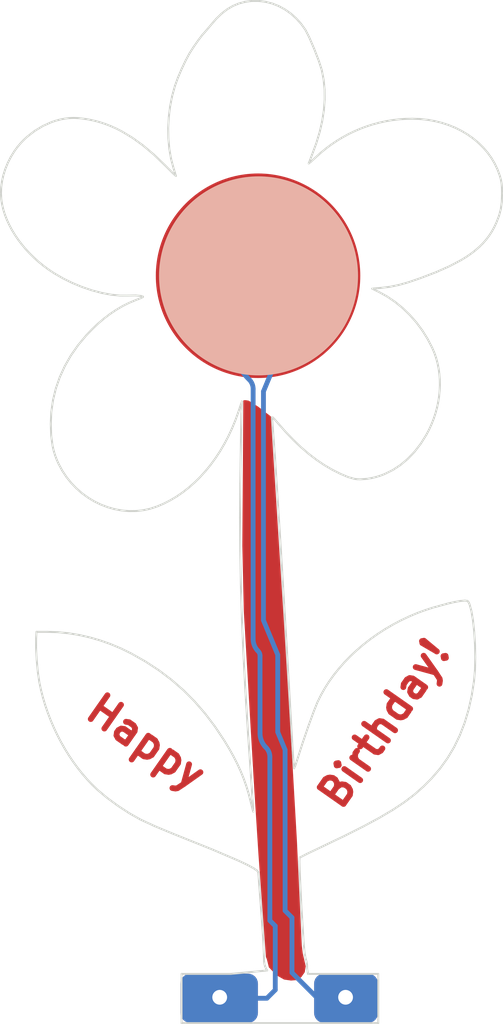
<source format=kicad_pcb>
(kicad_pcb (version 20210126) (generator pcbnew)
  (layers (0 "F.Cu" signal) (31 "B.Cu" signal) (34 "B.Paste" user) (35 "F.Paste" user) (36 "B.SilkS" user "B.Silkscreen") (37 "F.SilkS" user "F.Silkscreen") (38 "B.Mask" user) (39 "F.Mask" user) (44 "Edge.Cuts" user))
  (net 0 "")
  (footprint "touch:Touch_Pad_10x10mm" (layer "F.Cu") (at 65.7352 73.3044 -90)
    (fp_text reference "REF**" hide)
    (fp_text value "Touch_Pad_10.0x10.0mm" hide)
    (pad "1" smd roundrect (at -0.3556 -1.143 270) (size 2.54 3.302) (layers "F.Cu" "F.Mask") (roundrect_rratio 0.2))
  )
  (footprint "touch:Touch_Pad_10x10mm" (layer "F.Cu") (at 59.436 73.279 -90)
    (fp_text reference "REF**" hide)
    (fp_text value "Touch_Pad_10.0x10.0mm" hide)
    (pad "1" smd roundrect (at -0.3302 -0.889 270) (size 2.54 4) (layers "F.Cu" "F.Mask") (roundrect_rratio 0.2))
  )
  (footprint "art:flower-outline-with-base" (layer "F.Cu") (at 57.5818 67.4116)
    (fp_text reference "Ref**" hide)
    (fp_text value "Val**" hide)
    (fp_line (start 6.220343 -12.798187) (end 5.900983 -18.070735) (layer "Edge.Cuts") (width 0.1))
    (fp_line (start 12.586861 -29.752728) (end 12.220993 -30.106195) (layer "Edge.Cuts") (width 0.1))
    (fp_line (start 5.484463 -45.833329) (end 5.13978 -45.921696) (layer "Edge.Cuts") (width 0.1))
    (fp_line (start -5.919475 -39.708638) (end -6.363377 -39.5102) (layer "Edge.Cuts") (width 0.1))
    (fp_line (start 8.571084 -21.763534) (end 8.983464 -21.555278) (layer "Edge.Cuts") (width 0.1))
    (fp_line (start -8.406146 -36.97082) (end -8.477459 -36.64991) (layer "Edge.Cuts") (width 0.1))
    (fp_line (start 1.877454 -44.219991) (end 1.659895 -43.93267) (layer "Edge.Cuts") (width 0.1))
    (fp_line (start 6.189318 -23.695715) (end 6.583611 -23.284889) (layer "Edge.Cuts") (width 0.1))
    (fp_line (start 7.979407 -38.117005) (end 7.718957 -37.88136) (layer "Edge.Cuts") (width 0.1))
    (fp_line (start 3.340013 4.279942) (end 0.800013 4.279831) (layer "Edge.Cuts") (width 0.1))
    (fp_line (start 7.472989 4.279831) (end 7.329847 4.279831) (layer "Edge.Cuts") (width 0.1))
    (fp_line (start 8.814498 -38.739705) (end 8.527693 -38.546436) (layer "Edge.Cuts") (width 0.1))
    (fp_line (start -7.838223 -38.207437) (end -8.02064 -37.911331) (layer "Edge.Cuts") (width 0.1))
    (fp_line (start 0.108569 -39.406848) (end 0.117882 -38.858561) (layer "Edge.Cuts") (width 0.1))
    (fp_line (start 7.651771 -43.486702) (end 7.39649 -44.080465) (layer "Edge.Cuts") (width 0.1))
    (fp_line (start -2.302142 -19.655095) (end -1.934723 -19.622022) (layer "Edge.Cuts") (width 0.1))
    (fp_line (start 9.718818 -21.28811) (end 9.872816 -21.266414) (layer "Edge.Cuts") (width 0.1))
    (fp_line (start -4.342328 -20.541345) (end -4.034335 -20.317585) (layer "Edge.Cuts") (width 0.1))
    (fp_line (start 10.680533 -39.592367) (end 10.354971 -39.48798) (layer "Edge.Cuts") (width 0.1))
    (fp_line (start 5.791409 -24.144784) (end 6.189318 -23.695715) (layer "Edge.Cuts") (width 0.1))
    (fp_line (start 5.598141 -24.369059) (end 5.791409 -24.144784) (layer "Edge.Cuts") (width 0.1))
    (fp_line (start 6.716945 -45.070069) (end 6.437892 -45.317598) (layer "Edge.Cuts") (width 0.1))
    (fp_line (start 0.166457 -38.326811) (end 0.253791 -37.818832) (layer "Edge.Cuts") (width 0.1))
    (fp_line (start 7.20531 3.464895) (end 7.159321 3.2308) (layer "Edge.Cuts") (width 0.1))
    (fp_line (start 0.312174 -41.05791) (end 0.205721 -40.514791) (layer "Edge.Cuts") (width 0.1))
    (fp_line (start 10.354971 -39.48798) (end 10.034061 -39.368608) (layer "Edge.Cuts") (width 0.1))
    (fp_line (start 2.861373 -45.308297) (end 2.584386 -45.040613) (layer "Edge.Cuts") (width 0.1))
    (fp_line (start -5.935512 -23.513257) (end -5.864199 -22.988223) (layer "Edge.Cuts") (width 0.1))
    (fp_line (start 5.051425 3.308315) (end 5.060209 3.636459) (layer "Edge.Cuts") (width 0.1))
    (fp_line (start 15.77118 -14.463726) (end 15.673512 -14.814609) (layer "Edge.Cuts") (width 0.1))
    (fp_line (start 13.114993 -39.86994) (end 12.716052 -39.88441) (layer "Edge.Cuts") (width 0.1))
    (fp_line (start 1.418566 -43.587988) (end 1.216512 -43.273279) (layer "Edge.Cuts") (width 0.1))
    (fp_line (start -4.498885 -13.224013) (end -5.047689 -13.313929) (layer "Edge.Cuts") (width 0.1))
    (fp_line (start 11.709413 -13.756267) (end 11.308921 -13.521659) (layer "Edge.Cuts") (width 0.1))
    (fp_line (start 15.673512 -14.814609) (end 15.620285 -14.924681) (layer "Edge.Cuts") (width 0.1))
    (fp_line (start 4.704167 -1.046975) (end 4.748093 -0.997366) (layer "Edge.Cuts") (width 0.1))
    (fp_line (start -7.971033 -34.151354) (end -7.817554 -33.896589) (layer "Edge.Cuts") (width 0.1))
    (fp_line (start 4.362072 -4.641073) (end 4.25872 -5.041049) (layer "Edge.Cuts") (width 0.1))
    (fp_line (start 6.798085 -6.855397) (end 6.678713 -6.491079) (layer "Edge.Cuts") (width 0.1))
    (fp_line (start 12.980138 -14.3583) (end 12.546055 -14.175881) (layer "Edge.Cuts") (width 0.1))
    (fp_line (start 5.626063 -22.382099) (end 5.480336 -24.357172) (layer "Edge.Cuts") (width 0.1))
    (fp_line (start 15.440451 -15.001677) (end 15.217727 -14.981516) (layer "Edge.Cuts") (width 0.1))
    (fp_line (start -0.369422 -11.397766) (end -1.064988 -11.852003) (layer "Edge.Cuts") (width 0.1))
    (fp_line (start 8.092077 -2.309948) (end 9.229992 -2.855133) (layer "Edge.Cuts") (width 0.1))
    (fp_line (start 12.122309 -13.974861) (end 11.709413 -13.756267) (layer "Edge.Cuts") (width 0.1))
    (fp_line (start -1.739887 -38.899902) (end -2.292824 -39.232182) (layer "Edge.Cuts") (width 0.1))
    (fp_line (start -3.04678 -4.811086) (end -2.48144 -4.39664) (layer "Edge.Cuts") (width 0.1))
    (fp_line (start -5.047689 -13.313929) (end -5.593911 -13.367674) (layer "Edge.Cuts") (width 0.1))
    (fp_line (start 13.155303 -23.101456) (end 13.446241 -23.566543) (layer "Edge.Cuts") (width 0.1))
    (fp_line (start -5.930347 -24.738504) (end -5.958769 -24.118387) (layer "Edge.Cuts") (width 0.1))
    (fp_line (start -3.127399 -39.60787) (end -3.409035 -39.700887) (layer "Edge.Cuts") (width 0.1))
    (fp_line (start -4.565552 -6.355178) (end -4.321122 -6.047188) (layer "Edge.Cuts") (width 0.1))
    (fp_line (start -5.738625 -22.513833) (end -5.653876 -22.285942) (layer "Edge.Cuts") (width 0.1))
    (fp_line (start 4.14038 -5.430174) (end 4.004987 -5.812579) (layer "Edge.Cuts") (width 0.1))
    (fp_line (start -8.226314 -34.668118) (end -8.10746 -34.408703) (layer "Edge.Cuts") (width 0.1))
    (fp_line (start 3.830325 -17.557081) (end 3.861332 -15.839356) (layer "Edge.Cuts") (width 0.1))
    (fp_line (start 15.916391 -13.383173) (end 15.853346 -13.972284) (layer "Edge.Cuts") (width 0.1))
    (fp_line (start 4.523301 -1.175132) (end 4.704167 -1.046975) (layer "Edge.Cuts") (width 0.1))
    (fp_line (start 8.249158 -38.338696) (end 7.979407 -38.117005) (layer "Edge.Cuts") (width 0.1))
    (fp_line (start 3.850476 -6.192399) (end 3.675293 -6.573256) (layer "Edge.Cuts") (width 0.1))
    (fp_line (start -1.206087 -30.669925) (end -1.321327 -30.613598) (layer "Edge.Cuts") (width 0.1))
    (fp_line (start 17.354015 -36.016946) (end 17.348856 -36.306334) (layer "Edge.Cuts") (width 0.1))
    (fp_line (start -7.692496 -38.408975) (end -7.838223 -38.207437) (layer "Edge.Cuts") (width 0.1))
    (fp_line (start -6.549409 -10.789016) (end -6.46621 -10.394726) (layer "Edge.Cuts") (width 0.1))
    (fp_line (start -2.328992 -12.526897) (end -2.862294 -12.750655) (layer "Edge.Cuts") (width 0.1))
    (fp_line (start 0.605179 -41.988603) (end 0.457385 -41.581393) (layer "Edge.Cuts") (width 0.1))
    (fp_line (start 13.234884 -28.951227) (end 12.925859 -29.366706) (layer "Edge.Cuts") (width 0.1))
    (fp_line (start 0.138025 -39.961853) (end 0.108569 -39.406848) (layer "Edge.Cuts") (width 0.1))
    (fp_line (start 15.217727 -14.981516) (end 14.916454 -14.928808) (layer "Edge.Cuts") (width 0.1))
    (fp_line (start 5.111377 3.885541) (end 5.157885 3.994578) (layer "Edge.Cuts") (width 0.1))
    (fp_line (start 0.380918 -2.949184) (end 2.402499 -2.139932) (layer "Edge.Cuts") (width 0.1))
    (fp_line (start -5.23685 -27.100634) (end -5.495232 -26.532193) (layer "Edge.Cuts") (width 0.1))
    (fp_line (start 6.568641 -6.808889) (end 6.498878 -7.940604) (layer "Edge.Cuts") (width 0.1))
    (fp_line (start 14.05809 -25.262047) (end 14.10253 -25.552985) (layer "Edge.Cuts") (width 0.1))
    (fp_line (start 13.287108 -5.387796) (end 13.717574 -5.820844) (layer "Edge.Cuts") (width 0.1))
    (fp_line (start -6.695133 -13.386274) (end -6.714262 -13.055026) (layer "Edge.Cuts") (width 0.1))
    (fp_line (start 3.446867 -45.705688) (end 3.148176 -45.529989) (layer "Edge.Cuts") (width 0.1))
    (fp_line (start 13.446241 -23.566543) (end 13.588867 -23.837844) (layer "Edge.Cuts") (width 0.1))
    (fp_line (start -7.361767 -38.781562) (end -7.532814 -38.600178) (layer "Edge.Cuts") (width 0.1))
    (fp_line (start -2.900042 -29.798144) (end -3.216817 -29.557331) (layer "Edge.Cuts") (width 0.1))
    (fp_line (start 3.584321 -24.325143) (end 3.741417 -24.764393) (layer "Edge.Cuts") (width 0.1))
    (fp_line (start 16.947835 -34.277) (end 17.056356 -34.506443) (layer "Edge.Cuts") (width 0.1))
    (fp_line (start 2.30016 -22.01159) (end 2.551308 -22.355236) (layer "Edge.Cuts") (width 0.1))
    (fp_line (start 7.816112 -9.747211) (end 7.614057 -9.241298) (layer "Edge.Cuts") (width 0.1))
    (fp_line (start 1.014457 -42.899658) (end 0.801034 -42.449557) (layer "Edge.Cuts") (width 0.1))
    (fp_line (start 10.190644 -12.727909) (end 9.849061 -12.436452) (layer "Edge.Cuts") (width 0.1))
    (fp_line (start -6.685836 -11.944501) (end -6.627442 -11.319733) (layer "Edge.Cuts") (width 0.1))
    (fp_line (start -5.593911 -13.367674) (end -6.134963 -13.386274) (layer "Edge.Cuts") (width 0.1))
    (fp_line (start -8.10746 -34.408703) (end -7.971033 -34.151354) (layer "Edge.Cuts") (width 0.1))
    (fp_line (start -3.331522 -30.889021) (end -2.846798 -30.797554) (layer "Edge.Cuts") (width 0.1))
    (fp_line (start 4.762037 -0.956541) (end 4.911381 1.010782) (layer "Edge.Cuts") (width 0.1))
    (fp_line (start -1.579192 -30.514379) (end -1.916639 -30.372786) (layer "Edge.Cuts") (width 0.1))
    (fp_line (start 14.916454 -14.928808) (end 14.558851 -14.848708) (layer "Edge.Cuts") (width 0.1))
    (fp_line (start 4.427686 -45.965621) (end 4.427686 -45.965621) (layer "Edge.Cuts") (width 0.1))
    (fp_line (start 5.013701 2.447903) (end 5.051425 3.308315) (layer "Edge.Cuts") (width 0.1))
    (fp_line (start 0.253791 -37.818832) (end 0.380397 -37.344442) (layer "Edge.Cuts") (width 0.1))
    (fp_line (start 5.060209 3.636459) (end 5.079338 3.767719) (layer "Edge.Cuts") (width 0.1))
    (fp_line (start 17.348856 -36.306334) (end 17.330758 -36.53526) (layer "Edge.Cuts") (width 0.1))
    (fp_line (start 11.279447 -21.529974) (end 11.702677 -21.737714) (layer "Edge.Cuts") (width 0.1))
    (fp_line (start 13.949053 -27.528058) (end 13.859653 -27.788507) (layer "Edge.Cuts") (width 0.1))
    (fp_line (start -5.697802 -25.947733) (end -5.843013 -25.348803) (layer "Edge.Cuts") (width 0.1))
    (fp_line (start 10.837098 -21.379079) (end 11.06034 -21.447291) (layer "Edge.Cuts") (width 0.1))
    (fp_line (start 17.056356 -34.506443) (end 17.199499 -34.87438) (layer "Edge.Cuts") (width 0.1))
    (fp_line (start -3.977992 -39.840413) (end -4.266348 -39.886922) (layer "Edge.Cuts") (width 0.1))
    (fp_line (start 2.402499 -2.139932) (end 3.760039 -1.55909) (layer "Edge.Cuts") (width 0.1))
    (fp_line (start -2.84783 -39.498832) (end -3.127399 -39.60787) (layer "Edge.Cuts") (width 0.1))
    (fp_line (start 2.524974 -8.493036) (end 2.013379 -9.167929) (layer "Edge.Cuts") (width 0.1))
    (fp_line (start 9.719352 -39.233732) (end 9.410843 -39.083354) (layer "Edge.Cuts") (width 0.1))
    (fp_line (start 2.551308 -22.355236) (end 2.78902 -22.716972) (layer "Edge.Cuts") (width 0.1))
    (fp_line (start 0.205721 -40.514791) (end 0.138025 -39.961853) (layer "Edge.Cuts") (width 0.1))
    (fp_line (start -7.048608 -32.929207) (end -6.821234 -32.704931) (layer "Edge.Cuts") (width 0.1))
    (fp_line (start -8.305895 -37.289664) (end -8.406146 -36.97082) (layer "Edge.Cuts") (width 0.1))
    (fp_line (start 6.976867 -22.911784) (end 7.370641 -22.574337) (layer "Edge.Cuts") (width 0.1))
    (fp_line (start -6.363377 -39.5102) (end -6.786092 -39.256469) (layer "Edge.Cuts") (width 0.1))
    (fp_line (start 15.909171 -10.868597) (end 15.956714 -11.437554) (layer "Edge.Cuts") (width 0.1))
    (fp_line (start 13.756317 -14.627532) (end 13.354275 -14.496275) (layer "Edge.Cuts") (width 0.1))
    (fp_line (start 7.26577 -1.913589) (end 8.092077 -2.309948) (layer "Edge.Cuts") (width 0.1))
    (fp_line (start 0.380397 -37.344442) (end 0.505971 -36.928963) (layer "Edge.Cuts") (width 0.1))
    (fp_line (start 11.829801 -30.424005) (end 11.41639 -30.704091) (layer "Edge.Cuts") (width 0.1))
    (fp_line (start -1.198332 -19.662894) (end -0.835049 -19.739378) (layer "Edge.Cuts") (width 0.1))
    (fp_line (start 4.787347 -45.965621) (end 4.427686 -45.965621) (layer "Edge.Cuts") (width 0.1))
    (fp_line (start 8.15149 -40.330306) (end 8.191796 -40.872909) (layer "Edge.Cuts") (width 0.1))
    (fp_line (start -4.066873 -5.75418) (end -3.804356 -5.477712) (layer "Edge.Cuts") (width 0.1))
    (fp_line (start -4.899917 -21.072063) (end -4.631716 -20.793525) (layer "Edge.Cuts") (width 0.1))
    (fp_line (start 3.829796 -21.044723) (end 3.81998 -19.278423) (layer "Edge.Cuts") (width 0.1))
    (fp_line (start -3.950081 -13.09999) (end -4.498885 -13.224013) (layer "Edge.Cuts") (width 0.1))
    (fp_line (start 14.021398 -27.259857) (end 13.949053 -27.528058) (layer "Edge.Cuts") (width 0.1))
    (fp_line (start -8.327083 -34.928568) (end -8.226314 -34.668118) (layer "Edge.Cuts") (width 0.1))
    (fp_line (start 11.06034 -21.447291) (end 11.279447 -21.529974) (layer "Edge.Cuts") (width 0.1))
    (fp_line (start 13.752682 -28.040688) (end 13.511352 -28.507843) (layer "Edge.Cuts") (width 0.1))
    (fp_line (start -3.833834 -29.000776) (end -4.133556 -28.686067) (layer "Edge.Cuts") (width 0.1))
    (fp_line (start 5.13978 -45.921696) (end 4.787347 -45.965621) (layer "Edge.Cuts") (width 0.1))
    (fp_line (start 11.702677 -21.737714) (end 12.104203 -22.000231) (layer "Edge.Cuts") (width 0.1))
    (fp_line (start 16.377327 -38.400263) (end 16.131347 -38.642108) (layer "Edge.Cuts") (width 0.1))
    (fp_line (start 15.620285 -14.924681) (end 15.563958 -14.984109) (layer "Edge.Cuts") (width 0.1))
    (fp_line (start 5.900983 -18.070735) (end 5.626063 -22.382099) (layer "Edge.Cuts") (width 0.1))
    (fp_line (start 14.137674 -26.421666) (end 14.115449 -26.705886) (layer "Edge.Cuts") (width 0.1))
    (fp_line (start -6.717358 -12.557901) (end -6.685836 -11.944501) (layer "Edge.Cuts") (width 0.1))
    (fp_line (start -5.235797 -39.890022) (end -5.464723 -39.84558) (layer "Edge.Cuts") (width 0.1))
    (fp_line (start 6.678713 -6.491079) (end 6.613602 -6.33915) (layer "Edge.Cuts") (width 0.1))
    (fp_line (start 7.718957 -37.88136) (end 7.469875 -37.652433) (layer "Edge.Cuts") (width 0.1))
    (fp_line (start -8.519319 -36.330032) (end -8.530696 -36.014289) (layer "Edge.Cuts") (width 0.1))
    (fp_line (start 8.165941 -22.001763) (end 8.571084 -21.763534) (layer "Edge.Cuts") (width 0.1))
    (fp_line (start 7.992845 -10.109462) (end 7.816112 -9.747211) (layer "Edge.Cuts") (width 0.1))
    (fp_line (start -4.839441 -31.400101) (end -4.337148 -31.192878) (layer "Edge.Cuts") (width 0.1))
    (fp_line (start 2.316186 -44.725903) (end 2.009227 -44.364685) (layer "Edge.Cuts") (width 0.1))
    (fp_line (start 12.220993 -30.106195) (end 11.829801 -30.424005) (layer "Edge.Cuts") (width 0.1))
    (fp_line (start 7.159321 3.2308) (end 7.111262 2.750727) (layer "Edge.Cuts") (width 0.1))
    (fp_line (start 12.925859 -29.366706) (end 12.586861 -29.752728) (layer "Edge.Cuts") (width 0.1))
    (fp_line (start 12.832842 -22.683909) (end 13.155303 -23.101456) (layer "Edge.Cuts") (width 0.1))
    (fp_line (start 6.583611 -23.284889) (end 6.976867 -22.911784) (layer "Edge.Cuts") (width 0.1))
    (fp_line (start -5.864199 -22.988223) (end -5.808387 -22.746378) (layer "Edge.Cuts") (width 0.1))
    (fp_line (start 7.370641 -22.574337) (end 7.766484 -22.271513) (layer "Edge.Cuts") (width 0.1))
    (fp_line (start 4.911381 1.010782) (end 5.013701 2.447903) (layer "Edge.Cuts") (width 0.1))
    (fp_line (start -7.462539 -33.401012) (end -7.262551 -33.161234) (layer "Edge.Cuts") (width 0.1))
    (fp_line (start 14.152171 -6.326757) (end 14.538711 -6.863673) (layer "Edge.Cuts") (width 0.1))
    (fp_line (start 4.388432 -5.867356) (end 4.508839 -4.092269) (layer "Edge.Cuts") (width 0.1))
    (fp_line (start -3.372361 -19.957918) (end -3.023545 -19.824076) (layer "Edge.Cuts") (width 0.1))
    (fp_line (start 10.378726 -21.287097) (end 10.60972 -21.325853) (layer "Edge.Cuts") (width 0.1))
    (fp_line (start -0.631944 -38.031738) (end -1.187466 -38.500444) (layer "Edge.Cuts") (width 0.1))
    (fp_line (start 3.011228 -23.095244) (end 3.218968 -23.490053) (layer "Edge.Cuts") (width 0.1))
    (fp_line (start 3.760039 -1.55909) (end 4.21169 -1.344632) (layer "Edge.Cuts") (width 0.1))
    (fp_line (start -1.934723 -19.622022) (end -1.565754 -19.624138) (layer "Edge.Cuts") (width 0.1))
    (fp_line (start -2.862294 -12.750655) (end -3.403346 -12.941859) (layer "Edge.Cuts") (width 0.1))
    (fp_line (start 14.250842 -39.669952) (end 13.883423 -39.761937) (layer "Edge.Cuts") (width 0.1))
    (fp_line (start 0.857872 -20.589455) (end 1.168963 -20.831816) (layer "Edge.Cuts") (width 0.1))
    (fp_line (start 5.079338 3.767719) (end 5.111377 3.885541) (layer "Edge.Cuts") (width 0.1))
    (fp_line (start -5.025472 -7.011469) (end -4.800679 -6.677123) (layer "Edge.Cuts") (width 0.1))
    (fp_line (start 4.004987 -5.812579) (end 3.850476 -6.192399) (layer "Edge.Cuts") (width 0.1))
    (fp_line (start 13.825029 -24.396466) (end 13.919078 -24.682754) (layer "Edge.Cuts") (width 0.1))
    (fp_line (start -6.627442 -11.319733) (end -6.549409 -10.789016) (layer "Edge.Cuts") (width 0.1))
    (fp_line (start 9.872816 -21.266414) (end 10.029394 -21.260223) (layer "Edge.Cuts") (width 0.1))
    (fp_line (start 3.477887 -6.959794) (end 3.256714 -7.356153) (layer "Edge.Cuts") (width 0.1))
    (fp_line (start -5.792872 -31.90963) (end -5.327785 -31.63988) (layer "Edge.Cuts") (width 0.1))
    (fp_line (start 3.675293 -6.573256) (end 3.477887 -6.959794) (layer "Edge.Cuts") (width 0.1))
    (fp_line (start 0.336473 -37.085026) (end -0.070739 -37.492753) (layer "Edge.Cuts") (width 0.1))
    (fp_line (start 8.417626 -10.816913) (end 8.193865 -10.466547) (layer "Edge.Cuts") (width 0.1))
    (fp_line (start -6.580936 -32.489957) (end -6.329273 -32.284801) (layer "Edge.Cuts") (width 0.1))
    (fp_line (start 12.369821 -39.876658) (end 12.025654 -39.852369) (layer "Edge.Cuts") (width 0.1))
    (fp_line (start 4.25872 -5.041049) (end 4.14038 -5.430174) (layer "Edge.Cuts") (width 0.1))
    (fp_line (start -4.800679 -6.677123) (end -4.565552 -6.355178) (layer "Edge.Cuts") (width 0.1))
    (fp_line (start 0.801034 -42.449557) (end 0.605179 -41.988603) (layer "Edge.Cuts") (width 0.1))
    (fp_line (start -1.321327 -30.613598) (end -1.579192 -30.514379) (layer "Edge.Cuts") (width 0.1))
    (fp_line (start 12.025654 -39.852369) (end 11.684074 -39.811545) (layer "Edge.Cuts") (width 0.1))
    (fp_line (start -5.843013 -25.348803) (end -5.930347 -24.738504) (layer "Edge.Cuts") (width 0.1))
    (fp_line (start 17.2951 -36.736282) (end 17.238257 -36.941954) (layer "Edge.Cuts") (width 0.1))
    (fp_line (start -6.786092 -39.256469) (end -7.179347 -38.951578) (layer "Edge.Cuts") (width 0.1))
    (fp_line (start 6.987238 0.775136) (end 6.901455 -1.0046) (layer "Edge.Cuts") (width 0.1))
    (fp_line (start 7.28386 3.830764) (end 7.256989 3.649379) (layer "Edge.Cuts") (width 0.1))
    (fp_line (start 9.218094 -11.818404) (end 8.930772 -11.493358) (layer "Edge.Cuts") (width 0.1))
    (fp_line (start -1.207622 -30.702998) (end -1.193678 -30.688012) (layer "Edge.Cuts") (width 0.1))
    (fp_line (start 4.508839 -4.092269) (end 4.49643 -4.116557) (layer "Edge.Cuts") (width 0.1))
    (fp_line (start 14.142331 -26.134345) (end 14.137674 -26.421666) (layer "Edge.Cuts") (width 0.1))
    (fp_line (start 10.197375 -3.341408) (end 11.01748 -3.782725) (layer "Edge.Cuts") (width 0.1))
    (fp_line (start -4.631716 -20.793525) (end -4.342328 -20.541345) (layer "Edge.Cuts") (width 0.1))
    (fp_line (start 16.539591 -33.648615) (end 16.690485 -33.849119) (layer "Edge.Cuts") (width 0.1))
    (fp_line (start 1.469205 -21.095883) (end 1.758593 -21.381136) (layer "Edge.Cuts") (width 0.1))
    (fp_line (start -7.817554 -33.896589) (end -7.647538 -33.646475) (layer "Edge.Cuts") (width 0.1))
    (fp_line (start 0.536961 -20.369829) (end 0.857872 -20.589455) (layer "Edge.Cuts") (width 0.1))
    (fp_line (start -1.064988 -11.852003) (end -1.806027 -12.271098) (layer "Edge.Cuts") (width 0.1))
    (fp_line (start 8.040378 -42.401497) (end 7.890518 -42.868136) (layer "Edge.Cuts") (width 0.1))
    (fp_line (start 11.01748 -3.782725) (end 11.713562 -4.193554) (layer "Edge.Cuts") (width 0.1))
    (fp_line (start -5.238896 -7.357701) (end -5.025472 -7.011469) (layer "Edge.Cuts") (width 0.1))
    (fp_line (start 11.554365 -31.203286) (end 12.012737 -31.296304) (layer "Edge.Cuts") (width 0.1))
    (fp_line (start -8.408215 -35.189017) (end -8.327083 -34.928568) (layer "Edge.Cuts") (width 0.1))
    (fp_line (start 12.012737 -31.296304) (end 12.518649 -31.439447) (layer "Edge.Cuts") (width 0.1))
    (fp_line (start -2.48144 -4.39664) (end -1.890263 -4.011653) (layer "Edge.Cuts") (width 0.1))
    (fp_line (start 11.086695 -31.147475) (end 11.554365 -31.203286) (layer "Edge.Cuts") (width 0.1))
    (fp_line (start 15.268868 -39.252407) (end 14.945373 -39.414154) (layer "Edge.Cuts") (width 0.1))
    (fp_line (start 17.238257 -36.941954) (end 17.119917 -37.263898) (layer "Edge.Cuts") (width 0.1))
    (fp_line (start 14.646166 -32.270404) (end 15.248715 -32.588731) (layer "Edge.Cuts") (width 0.1))
    (fp_line (start 4.21169 -1.344632) (end 4.523301 -1.175132) (layer "Edge.Cuts") (width 0.1))
    (fp_line (start 6.887511 -1.524466) (end 6.895766 -1.722904) (layer "Edge.Cuts") (width 0.1))
    (fp_line (start 11.011262 -39.68125) (end 10.680533 -39.592367) (layer "Edge.Cuts") (width 0.1))
    (fp_line (start -6.329273 -32.284801) (end -6.06624 -32.091015) (layer "Edge.Cuts") (width 0.1))
    (fp_line (start -4.923174 -27.650471) (end -5.23685 -27.100634) (layer "Edge.Cuts") (width 0.1))
    (fp_line (start 7.766484 -22.271513) (end 8.165941 -22.001763) (layer "Edge.Cuts") (width 0.1))
    (fp_line (start -7.179347 -38.951578) (end -7.361767 -38.781562) (layer "Edge.Cuts") (width 0.1))
    (fp_line (start 10.983857 -30.943353) (end 10.645894 -31.109752) (layer "Edge.Cuts") (width 0.1))
    (fp_line (start 4.085071 -45.92273) (end 3.758991 -45.835913) (layer "Edge.Cuts") (width 0.1))
    (fp_line (start -5.144863 -21.376953) (end -4.899917 -21.072063) (layer "Edge.Cuts") (width 0.1))
    (fp_line (start 4.748093 -0.997366) (end 4.762037 -0.956541) (layer "Edge.Cuts") (width 0.1))
    (fp_line (start 3.741417 -24.764393) (end 3.914531 -25.284258) (layer "Edge.Cuts") (width 0.1))
    (fp_line (start -2.386878 -30.751045) (end -1.962097 -30.751574) (layer "Edge.Cuts") (width 0.1))
    (fp_line (start 3.914531 -25.284258) (end 3.888708 -24.701347) (layer "Edge.Cuts") (width 0.1))
    (fp_line (start 3.009183 -7.765431) (end 2.524974 -8.493036) (layer "Edge.Cuts") (width 0.1))
    (fp_line (start -1.299607 -30.733487) (end -1.207622 -30.702998) (layer "Edge.Cuts") (width 0.1))
    (fp_line (start 5.478775 -24.473445) (end 5.50047 -24.466211) (layer "Edge.Cuts") (width 0.1))
    (fp_line (start 15.172264 -8.039831) (end 15.421345 -8.683718) (layer "Edge.Cuts") (width 0.1))
    (fp_line (start 15.6265 -9.368431) (end 15.788764 -10.096035) (layer "Edge.Cuts") (width 0.1))
    (fp_line (start 13.996593 -24.971108) (end 14.05809 -25.262047) (layer "Edge.Cuts") (width 0.1))
    (fp_line (start -8.02064 -37.911331) (end -8.17722 -37.604373) (layer "Edge.Cuts") (width 0.1))
    (fp_line (start 7.111262 2.750727) (end 6.987238 0.775136) (layer "Edge.Cuts") (width 0.1))
    (fp_line (start 13.883423 -39.761937) (end 13.504116 -39.829116) (layer "Edge.Cuts") (width 0.1))
    (fp_line (start -6.248651 -9.608209) (end -6.115844 -9.218568) (layer "Edge.Cuts") (width 0.1))
    (fp_line (start 3.148176 -45.529989) (end 2.861373 -45.308297) (layer "Edge.Cuts") (width 0.1))
    (fp_line (start 7.469875 -37.652433) (end 7.366008 -37.572335) (layer "Edge.Cuts") (width 0.1))
    (fp_line (start 3.993107 -12.250944) (end 4.097493 -10.297576) (layer "Edge.Cuts") (width 0.1))
    (fp_line (start 8.065706 -39.773234) (end 8.15149 -40.330306) (layer "Edge.Cuts") (width 0.1))
    (fp_line (start -7.532814 -38.600178) (end -7.692496 -38.408975) (layer "Edge.Cuts") (width 0.1))
    (fp_line (start 11.346111 -39.754701) (end 11.011262 -39.68125) (layer "Edge.Cuts") (width 0.1))
    (fp_line (start -0.131731 -20.001892) (end 0.206748 -20.173974) (layer "Edge.Cuts") (width 0.1))
    (fp_line (start 16.371644 -33.456378) (end 16.539591 -33.648615) (layer "Edge.Cuts") (width 0.1))
    (fp_line (start 11.713562 -4.193554) (end 12.308356 -4.58836) (layer "Edge.Cuts") (width 0.1))
    (fp_line (start 12.308356 -4.58836) (end 12.825637 -4.981618) (layer "Edge.Cuts") (width 0.1))
    (fp_line (start 7.366008 -37.572335) (end 7.537572 -38.021403) (layer "Edge.Cuts") (width 0.1))
    (fp_line (start 8.187139 -41.398975) (end 8.136498 -41.909021) (layer "Edge.Cuts") (width 0.1))
    (fp_line (start 2.78902 -22.716972) (end 3.011228 -23.095244) (layer "Edge.Cuts") (width 0.1))
    (fp_line (start -5.362937 -21.706131) (end -5.144863 -21.376953) (layer "Edge.Cuts") (width 0.1))
    (fp_line (start -2.569811 -39.373775) (end -2.84783 -39.498832) (layer "Edge.Cuts") (width 0.1))
    (fp_line (start 8.930772 -11.493358) (end 8.663604 -11.159528) (layer "Edge.Cuts") (width 0.1))
    (fp_line (start -5.958769 -24.118387) (end -5.935512 -23.513257) (layer "Edge.Cuts") (width 0.1))
    (fp_line (start 7.329847 4.279831) (end 7.286956 4.006463) (layer "Edge.Cuts") (width 0.1))
    (fp_line (start 7.934965 -39.20221) (end 8.065706 -39.773234) (layer "Edge.Cuts") (width 0.1))
    (fp_line (start 15.788764 -10.096035) (end 15.909171 -10.868597) (layer "Edge.Cuts") (width 0.1))
    (fp_line (start 16.973674 -37.571373) (end 16.800041 -37.863861) (layer "Edge.Cuts") (width 0.1))
    (fp_line (start -3.831235 -31.021829) (end -3.331522 -30.889021) (layer "Edge.Cuts") (width 0.1))
    (fp_line (start 3.410169 -23.900363) (end 3.584321 -24.325143) (layer "Edge.Cuts") (width 0.1))
    (fp_line (start 15.863146 -38.865351) (end 15.575309 -39.068956) (layer "Edge.Cuts") (width 0.1))
    (fp_line (start 10.60972 -21.325853) (end 10.837098 -21.379079) (layer "Edge.Cuts") (width 0.1))
    (fp_line (start -5.327785 -31.63988) (end -4.839441 -31.400101) (layer "Edge.Cuts") (width 0.1))
    (fp_line (start -3.409035 -39.700887) (end -3.692223 -39.778402) (layer "Edge.Cuts") (width 0.1))
    (fp_line (start -2.249951 -30.206387) (end -2.577579 -30.014668) (layer "Edge.Cuts") (width 0.1))
    (fp_line (start -2.846798 -30.797554) (end -2.386878 -30.751045) (layer "Edge.Cuts") (width 0.1))
    (fp_line (start 8.191796 -40.872909) (end 8.187139 -41.398975) (layer "Edge.Cuts") (width 0.1))
    (fp_line (start 3.218968 -23.490053) (end 3.410169 -23.900363) (layer "Edge.Cuts") (width 0.1))
    (fp_line (start 9.524534 -12.133112) (end 9.218094 -11.818404) (layer "Edge.Cuts") (width 0.1))
    (fp_line (start -8.510535 -35.705781) (end -8.469712 -35.448433) (layer "Edge.Cuts") (width 0.1))
    (fp_line (start 7.890518 -42.868136) (end 7.651771 -43.486702) (layer "Edge.Cuts") (width 0.1))
    (fp_line (start 5.50047 -24.466211) (end 5.598141 -24.369059) (layer "Edge.Cuts") (width 0.1))
    (fp_line (start 10.029394 -21.260223) (end 10.378726 -21.287097) (layer "Edge.Cuts") (width 0.1))
    (fp_line (start -5.96805 -8.833062) (end -5.805786 -8.453242) (layer "Edge.Cuts") (width 0.1))
    (fp_line (start 13.354275 -14.496275) (end 12.980138 -14.3583) (layer "Edge.Cuts") (width 0.1))
    (fp_line (start 16.131347 -38.642108) (end 15.863146 -38.865351) (layer "Edge.Cuts") (width 0.1))
    (fp_line (start 15.956714 -11.437554) (end 15.971689 -12.074208) (layer "Edge.Cuts") (width 0.1))
    (fp_line (start 0.800013 4.279831) (end 0.800013 6.819727) (layer "Edge.Cuts") (width 0.1))
    (fp_line (start -1.193678 -30.688012) (end -1.206087 -30.669925) (layer "Edge.Cuts") (width 0.1))
    (fp_line (start 5.480336 -24.357172) (end 5.47052 -24.455874) (layer "Edge.Cuts") (width 0.1))
    (fp_line (start -5.464723 -39.84558) (end -5.693135 -39.785119) (layer "Edge.Cuts") (width 0.1))
    (fp_line (start -3.216817 -29.557331) (end -3.528428 -29.291198) (layer "Edge.Cuts") (width 0.1))
    (fp_line (start 13.919078 -24.682754) (end 13.996593 -24.971108) (layer "Edge.Cuts") (width 0.1))
    (fp_line (start -4.555236 -28.179638) (end -4.923174 -27.650471) (layer "Edge.Cuts") (width 0.1))
    (fp_line (start 17.290965 -35.219578) (end 17.339543 -35.585964) (layer "Edge.Cuts") (width 0.1))
    (fp_line (start -1.962097 -30.751574) (end -1.565222 -30.758808) (layer "Edge.Cuts") (width 0.1))
    (fp_line (start -1.187466 -38.500444) (end -1.739887 -38.899902) (layer "Edge.Cuts") (width 0.1))
    (fp_line (start 3.81998 -19.278423) (end 3.830325 -17.557081) (layer "Edge.Cuts") (width 0.1))
    (fp_line (start 6.437892 -45.317598) (end 6.137137 -45.528955) (layer "Edge.Cuts") (width 0.1))
    (fp_line (start 13.504116 -39.829116) (end 13.114993 -39.86994) (layer "Edge.Cuts") (width 0.1))
    (fp_line (start -5.553107 -22.059599) (end -5.362937 -21.706131) (layer "Edge.Cuts") (width 0.1))
    (fp_line (start -1.325957 -3.692809) (end -0.57458 -3.346059) (layer "Edge.Cuts") (width 0.1))
    (fp_line (start 10.960116 6.819727) (end 10.960116 4.279831) (layer "Edge.Cuts") (width 0.1))
    (fp_line (start 1.168963 -20.831816) (end 1.469205 -21.095883) (layer "Edge.Cuts") (width 0.1))
    (fp_line (start 7.614057 -9.241298) (end 7.340171 -8.486823) (layer "Edge.Cuts") (width 0.1))
    (fp_line (start -0.57458 -3.346059) (end 0.380918 -2.949184) (layer "Edge.Cuts") (width 0.1))
    (fp_line (start 15.575309 -39.068956) (end 15.268868 -39.252407) (layer "Edge.Cuts") (width 0.1))
    (fp_line (start 14.130954 -25.84444) (end 14.142331 -26.134345) (layer "Edge.Cuts") (width 0.1))
    (fp_line (start -5.007388 -39.916894) (end -5.235797 -39.890022) (layer "Edge.Cuts") (width 0.1))
    (fp_line (start -5.653876 -22.285942) (end -5.553107 -22.059599) (layer "Edge.Cuts") (width 0.1))
    (fp_line (start 14.558851 -14.848708) (end 13.756317 -14.627532) (layer "Edge.Cuts") (width 0.1))
    (fp_line (start 7.049749 -7.639847) (end 6.798085 -6.855397) (layer "Edge.Cuts") (width 0.1))
    (fp_line (start 16.601085 -38.140847) (end 16.377327 -38.400263) (layer "Edge.Cuts") (width 0.1))
    (fp_line (start 4.427686 -45.965621) (end 4.085071 -45.92273) (layer "Edge.Cuts") (width 0.1))
    (fp_line (start 12.518649 -31.439447) (end 13.130498 -31.64822) (layer "Edge.Cuts") (width 0.1))
    (fp_line (start 0.800013 6.819727) (end 10.960116 6.819727) (layer "Edge.Cuts") (width 0.1))
    (fp_line (start 14.538711 -6.863673) (end 14.878743 -7.433665) (layer "Edge.Cuts") (width 0.1))
    (fp_line (start 17.339543 -35.585964) (end 17.354015 -36.016946) (layer "Edge.Cuts") (width 0.1))
    (fp_line (start 13.130498 -31.64822) (end 13.942851 -31.958795) (layer "Edge.Cuts") (width 0.1))
    (fp_line (start 1.659895 -43.93267) (end 1.418566 -43.587988) (layer "Edge.Cuts") (width 0.1))
    (fp_line (start 10.921865 -13.271543) (end 10.54876 -13.006959) (layer "Edge.Cuts") (width 0.1))
    (fp_line (start -3.403346 -12.941859) (end -3.950081 -13.09999) (layer "Edge.Cuts") (width 0.1))
    (fp_line (start 3.256714 -7.356153) (end 3.009183 -7.765431) (layer "Edge.Cuts") (width 0.1))
    (fp_line (start 13.511352 -28.507843) (end 13.234884 -28.951227) (layer "Edge.Cuts") (width 0.1))
    (fp_line (start -8.17722 -37.604373) (end -8.305895 -37.289664) (layer "Edge.Cuts") (width 0.1))
    (fp_line (start 8.136498 -41.909021) (end 8.040378 -42.401497) (layer "Edge.Cuts") (width 0.1))
    (fp_line (start 16.690485 -33.849119) (end 16.826396 -34.057892) (layer "Edge.Cuts") (width 0.1))
    (fp_line (start 6.613602 -6.33915) (end 6.568641 -6.808889) (layer "Edge.Cuts") (width 0.1))
    (fp_line (start -8.477459 -36.64991) (end -8.519319 -36.330032) (layer "Edge.Cuts") (width 0.1))
    (fp_line (start 14.10253 -25.552985) (end 14.130954 -25.84444) (layer "Edge.Cuts") (width 0.1))
    (fp_line (start -4.557802 -39.917928) (end -4.781045 -39.926712) (layer "Edge.Cuts") (width 0.1))
    (fp_line (start 3.861332 -15.839356) (end 3.915076 -14.084425) (layer "Edge.Cuts") (width 0.1))
    (fp_line (start -8.469712 -35.448433) (end -8.408215 -35.189017) (layer "Edge.Cuts") (width 0.1))
    (fp_line (start -3.528428 -29.291198) (end -3.833834 -29.000776) (layer "Edge.Cuts") (width 0.1))
    (fp_line (start 6.498878 -7.940604) (end 6.220343 -12.798187) (layer "Edge.Cuts") (width 0.1))
    (fp_line (start 15.853346 -13.972284) (end 15.77118 -14.463726) (layer "Edge.Cuts") (width 0.1))
    (fp_line (start 15.514846 -32.752029) (end 15.759276 -32.919977) (layer "Edge.Cuts") (width 0.1))
    (fp_line (start 1.758593 -21.381136) (end 2.035577 -21.68706) (layer "Edge.Cuts") (width 0.1))
    (fp_line (start 13.942851 -31.958795) (end 14.646166 -32.270404) (layer "Edge.Cuts") (width 0.1))
    (fp_line (start 2.009227 -44.364685) (end 1.877454 -44.219991) (layer "Edge.Cuts") (width 0.1))
    (fp_line (start 6.901455 -1.0046) (end 6.887511 -1.524466) (layer "Edge.Cuts") (width 0.1))
    (fp_line (start 4.097493 -10.297576) (end 4.228235 -8.183492) (layer "Edge.Cuts") (width 0.1))
    (fp_line (start -6.115844 -9.218568) (end -5.96805 -8.833062) (layer "Edge.Cuts") (width 0.1))
    (fp_line (start -4.781045 -39.926712) (end -5.007388 -39.916894) (layer "Edge.Cuts") (width 0.1))
    (fp_line (start -4.133556 -28.686067) (end -4.555236 -28.179638) (layer "Edge.Cuts") (width 0.1))
    (fp_line (start 14.878743 -7.433665) (end 15.172264 -8.039831) (layer "Edge.Cuts") (width 0.1))
    (fp_line (start -1.916639 -30.372786) (end -2.249951 -30.206387) (layer "Edge.Cuts") (width 0.1))
    (fp_line (start 2.584386 -45.040613) (end 2.316186 -44.725903) (layer "Edge.Cuts") (width 0.1))
    (fp_line (start -1.890263 -4.011653) (end -1.325957 -3.692809) (layer "Edge.Cuts") (width 0.1))
    (fp_line (start 12.104203 -22.000231) (end 12.481957 -22.31649) (layer "Edge.Cuts") (width 0.1))
    (fp_line (start 3.758991 -45.835913) (end 3.446867 -45.705688) (layer "Edge.Cuts") (width 0.1))
    (fp_line (start 17.119917 -37.263898) (end 16.973674 -37.571373) (layer "Edge.Cuts") (width 0.1))
    (fp_line (start -1.565222 -30.758808) (end -1.299607 -30.733487) (layer "Edge.Cuts") (width 0.1))
    (fp_line (start -2.665944 -19.722791) (end -2.302142 -19.655095) (layer "Edge.Cuts") (width 0.1))
    (fp_line (start 7.39649 -44.080465) (end 7.195987 -44.474239) (layer "Edge.Cuts") (width 0.1))
    (fp_line (start 9.849061 -12.436452) (end 9.524534 -12.133112) (layer "Edge.Cuts") (width 0.1))
    (fp_line (start 7.340171 -8.486823) (end 7.049749 -7.639847) (layer "Edge.Cuts") (width 0.1))
    (fp_line (start -3.534606 -5.21933) (end -3.04678 -4.811086) (layer "Edge.Cuts") (width 0.1))
    (fp_line (start -4.321122 -6.047188) (end -4.066873 -5.75418) (layer "Edge.Cuts") (width 0.1))
    (fp_line (start -7.647538 -33.646475) (end -7.462539 -33.401012) (layer "Edge.Cuts") (width 0.1))
    (fp_line (start 9.410843 -39.083354) (end 9.109054 -38.919023) (layer "Edge.Cuts") (width 0.1))
    (fp_line (start 0.895617 -10.370955) (end 0.282734 -10.904773) (layer "Edge.Cuts") (width 0.1))
    (fp_line (start 12.481957 -22.31649) (end 12.832842 -22.683909) (layer "Edge.Cuts") (width 0.1))
    (fp_line (start 7.256989 3.649379) (end 7.20531 3.464895) (layer "Edge.Cuts") (width 0.1))
    (fp_line (start 16.826396 -34.057892) (end 16.947835 -34.277) (layer "Edge.Cuts") (width 0.1))
    (fp_line (start 12.825637 -4.981618) (end 13.287108 -5.387796) (layer "Edge.Cuts") (width 0.1))
    (fp_line (start 15.971689 -12.074208) (end 15.957216 -12.736185) (layer "Edge.Cuts") (width 0.1))
    (fp_line (start 6.970678 -44.787915) (end 6.716945 -45.070069) (layer "Edge.Cuts") (width 0.1))
    (fp_line (start 3.888708 -24.701347) (end 3.829796 -21.044723) (layer "Edge.Cuts") (width 0.1))
    (fp_line (start -8.530696 -36.014289) (end -8.510535 -35.705781) (layer "Edge.Cuts") (width 0.1))
    (fp_line (start -5.808387 -22.746378) (end -5.738625 -22.513833) (layer "Edge.Cuts") (width 0.1))
    (fp_line (start 0.282734 -10.904773) (end -0.369422 -11.397766) (layer "Edge.Cuts") (width 0.1))
    (fp_line (start 4.228235 -8.183492) (end 4.388432 -5.867356) (layer "Edge.Cuts") (width 0.1))
    (fp_line (start 10.645894 -31.109752) (end 11.086695 -31.147475) (layer "Edge.Cuts") (width 0.1))
    (fp_line (start -5.805786 -8.453242) (end -5.629569 -8.079621) (layer "Edge.Cuts") (width 0.1))
    (fp_line (start -5.693135 -39.785119) (end -5.919475 -39.708638) (layer "Edge.Cuts") (width 0.1))
    (fp_line (start 4.49643 -4.116557) (end 4.464391 -4.228696) (layer "Edge.Cuts") (width 0.1))
    (fp_line (start 0.457385 -41.581393) (end 0.312174 -41.05791) (layer "Edge.Cuts") (width 0.1))
    (fp_line (start 12.716052 -39.88441) (end 12.369821 -39.876658) (layer "Edge.Cuts") (width 0.1))
    (fp_line (start -2.577579 -30.014668) (end -2.900042 -29.798144) (layer "Edge.Cuts") (width 0.1))
    (fp_line (start 13.714957 -24.11483) (end 13.825029 -24.396466) (layer "Edge.Cuts") (width 0.1))
    (fp_line (start 10.960116 4.279831) (end 7.472989 4.279831) (layer "Edge.Cuts") (width 0.1))
    (fp_line (start -4.337148 -31.192878) (end -3.831235 -31.021829) (layer "Edge.Cuts") (width 0.1))
    (fp_line (start 8.527693 -38.546436) (end 8.249158 -38.338696) (layer "Edge.Cuts") (width 0.1))
    (fp_line (start -3.692223 -39.778402) (end -3.977992 -39.840413) (layer "Edge.Cuts") (width 0.1))
    (fp_line (start 7.537572 -38.021403) (end 7.758747 -38.617749) (layer "Edge.Cuts") (width 0.1))
    (fp_line (start 9.109054 -38.919023) (end 8.814498 -38.739705) (layer "Edge.Cuts") (width 0.1))
    (fp_line (start -0.477965 -19.855133) (end -0.131731 -20.001892) (layer "Edge.Cuts") (width 0.1))
    (fp_line (start 7.195987 -44.474239) (end 6.970678 -44.787915) (layer "Edge.Cuts") (width 0.1))
    (fp_line (start 0.206748 -20.173974) (end 0.536961 -20.369829) (layer "Edge.Cuts") (width 0.1))
    (fp_line (start 15.421345 -8.683718) (end 15.6265 -9.368431) (layer "Edge.Cuts") (width 0.1))
    (fp_line (start 15.248715 -32.588731) (end 15.514846 -32.752029) (layer "Edge.Cuts") (width 0.1))
    (fp_line (start -0.070739 -37.492753) (end -0.631944 -38.031738) (layer "Edge.Cuts") (width 0.1))
    (fp_line (start -4.034335 -20.317585) (end -3.710326 -20.122248) (layer "Edge.Cuts") (width 0.1))
    (fp_line (start 1.471292 -9.792698) (end 0.895617 -10.370955) (layer "Edge.Cuts") (width 0.1))
    (fp_line (start -4.266348 -39.886922) (end -4.557802 -39.917928) (layer "Edge.Cuts") (width 0.1))
    (fp_line (start 0.117882 -38.858561) (end 0.166457 -38.326811) (layer "Edge.Cuts") (width 0.1))
    (fp_line (start -5.440434 -7.714269) (end -5.238896 -7.357701) (layer "Edge.Cuts") (width 0.1))
    (fp_line (start 9.389123 -21.383196) (end 9.718818 -21.28811) (layer "Edge.Cuts") (width 0.1))
    (fp_line (start -3.804356 -5.477712) (end -3.534606 -5.21933) (layer "Edge.Cuts") (width 0.1))
    (fp_line (start -6.06624 -32.091015) (end -5.792872 -31.90963) (layer "Edge.Cuts") (width 0.1))
    (fp_line (start 5.818293 -45.701554) (end 5.484463 -45.833329) (layer "Edge.Cuts") (width 0.1))
    (fp_line (start -6.821234 -32.704931) (end -6.580936 -32.489957) (layer "Edge.Cuts") (width 0.1))
    (fp_line (start 0.505971 -36.928963) (end 0.336473 -37.085026) (layer "Edge.Cuts") (width 0.1))
    (fp_line (start 8.983464 -21.555278) (end 9.389123 -21.383196) (layer "Edge.Cuts") (width 0.1))
    (fp_line (start 14.945373 -39.414154) (end 14.605341 -39.55368) (layer "Edge.Cuts") (width 0.1))
    (fp_line (start -6.714262 -13.055026) (end -6.717358 -12.557901) (layer "Edge.Cuts") (width 0.1))
    (fp_line (start 5.47052 -24.455874) (end 5.478775 -24.473445) (layer "Edge.Cuts") (width 0.1))
    (fp_line (start -6.134963 -13.386274) (end -6.695133 -13.386274) (layer "Edge.Cuts") (width 0.1))
    (fp_line (start 7.758747 -38.617749) (end 7.934965 -39.20221) (layer "Edge.Cuts") (width 0.1))
    (fp_line (start -5.629569 -8.079621) (end -5.440434 -7.714269) (layer "Edge.Cuts") (width 0.1))
    (fp_line (start 3.915076 -14.084425) (end 3.993107 -12.250944) (layer "Edge.Cuts") (width 0.1))
    (fp_line (start -6.46621 -10.394726) (end -6.365441 -10.000433) (layer "Edge.Cuts") (width 0.1))
    (fp_line (start -0.835049 -19.739378) (end -0.477965 -19.855133) (layer "Edge.Cuts") (width 0.1))
    (fp_line (start -3.710326 -20.122248) (end -3.372361 -19.957918) (layer "Edge.Cuts") (width 0.1))
    (fp_line (start -7.262551 -33.161234) (end -7.048608 -32.929207) (layer "Edge.Cuts") (width 0.1))
    (fp_line (start 15.759276 -32.919977) (end 15.982518 -33.093093) (layer "Edge.Cuts") (width 0.1))
    (fp_line (start 10.034061 -39.368608) (end 9.719352 -39.233732) (layer "Edge.Cuts") (width 0.1))
    (fp_line (start 2.013379 -9.167929) (end 1.471292 -9.792698) (layer "Edge.Cuts") (width 0.1))
    (fp_line (start 1.216512 -43.273279) (end 1.014457 -42.899658) (layer "Edge.Cuts") (width 0.1))
    (fp_line (start 9.229992 -2.855133) (end 10.197375 -3.341408) (layer "Edge.Cuts") (width 0.1))
    (fp_line (start 4.464391 -4.228696) (end 4.362072 -4.641073) (layer "Edge.Cuts") (width 0.1))
    (fp_line (start -1.806027 -12.271098) (end -2.328992 -12.526897) (layer "Edge.Cuts") (width 0.1))
    (fp_line (start 14.605341 -39.55368) (end 14.250842 -39.669952) (layer "Edge.Cuts") (width 0.1))
    (fp_line (start 16.800041 -37.863861) (end 16.601085 -38.140847) (layer "Edge.Cuts") (width 0.1))
    (fp_line (start 2.035577 -21.68706) (end 2.30016 -22.01159) (layer "Edge.Cuts") (width 0.1))
    (fp_line (start 11.308921 -13.521659) (end 10.921865 -13.271543) (layer "Edge.Cuts") (width 0.1))
    (fp_line (start -3.023545 -19.824076) (end -2.665944 -19.722791) (layer "Edge.Cuts") (width 0.1))
    (fp_line (start 14.077209 -26.985456) (end 14.021398 -27.259857) (layer "Edge.Cuts") (width 0.1))
    (fp_line (start -2.292824 -39.232182) (end -2.569811 -39.373775) (layer "Edge.Cuts") (width 0.1))
    (fp_line (start 5.22093 4.102065) (end 3.340013 4.279942) (layer "Edge.Cuts") (width 0.1))
    (fp_line (start 11.41639 -30.704091) (end 10.983857 -30.943353) (layer "Edge.Cuts") (width 0.1))
    (fp_line (start 17.330758 -36.53526) (end 17.2951 -36.736282) (layer "Edge.Cuts") (width 0.1))
    (fp_line (start 15.982518 -33.093093) (end 16.186642 -33.271377) (layer "Edge.Cuts") (width 0.1))
    (fp_line (start 5.157885 3.994578) (end 5.22093 4.102065) (layer "Edge.Cuts") (width 0.1))
    (fp_line (start 8.193865 -10.466547) (end 7.992845 -10.109462) (layer "Edge.Cuts") (width 0.1))
    (fp_line (start 16.186642 -33.271377) (end 16.371644 -33.456378) (layer "Edge.Cuts") (width 0.1))
    (fp_line (start 13.859653 -27.788507) (end 13.752682 -28.040688) (layer "Edge.Cuts") (width 0.1))
    (fp_line (start 17.199499 -34.87438) (end 17.290965 -35.219578) (layer "Edge.Cuts") (width 0.1))
    (fp_line (start 14.115449 -26.705886) (end 14.077209 -26.985456) (layer "Edge.Cuts") (width 0.1))
    (fp_line (start 7.286956 4.006463) (end 7.28386 3.830764) (layer "Edge.Cuts") (width 0.1))
    (fp_line (start 6.895766 -1.722904) (end 7.26577 -1.913589) (layer "Edge.Cuts") (width 0.1))
    (fp_line (start -6.365441 -10.000433) (end -6.248651 -9.608209) (layer "Edge.Cuts") (width 0.1))
    (fp_line (start 10.54876 -13.006959) (end 10.190644 -12.727909) (layer "Edge.Cuts") (width 0.1))
    (fp_line (start 15.957216 -12.736185) (end 15.916391 -13.383173) (layer "Edge.Cuts") (width 0.1))
    (fp_line (start 12.546055 -14.175881) (end 12.122309 -13.974861) (layer "Edge.Cuts") (width 0.1))
    (fp_line (start 13.717574 -5.820844) (end 14.152171 -6.326757) (layer "Edge.Cuts") (width 0.1))
    (fp_line (start -1.565754 -19.624138) (end -1.198332 -19.662894) (layer "Edge.Cuts") (width 0.1))
    (fp_line (start 15.563958 -14.984109) (end 15.440451 -15.001677) (layer "Edge.Cuts") (width 0.1))
    (fp_line (start 11.684074 -39.811545) (end 11.346111 -39.754701) (layer "Edge.Cuts") (width 0.1))
    (fp_line (start 6.137137 -45.528955) (end 5.818293 -45.701554) (layer "Edge.Cuts") (width 0.1))
    (fp_line (start 13.588867 -23.837844) (end 13.714957 -24.11483) (layer "Edge.Cuts") (width 0.1))
    (fp_line (start 8.663604 -11.159528) (end 8.417626 -10.816913) (layer "Edge.Cuts") (width 0.1))
    (fp_line (start -5.495232 -26.532193) (end -5.697802 -25.947733) (layer "Edge.Cuts") (width 0.1))
  )
  (footprint "touch:Touch_Pad_10x10mm" (layer "B.Cu") (at 59.436 72.6186 90)
    (fp_text reference "REF**" hide)
    (fp_text value "Touch_Pad_10.0x10.0mm" hide)
    (pad "1" smd roundrect (at -0.3302 0.889 90) (size 2.54 4) (layers "B.Cu" "B.Mask") (roundrect_rratio 0.2))
  )
  (footprint "touch:Touch_Pad_10x10mm" (layer "B.Cu") (at 65.7352 72.5932 90)
    (fp_text reference "REF**" hide)
    (fp_text value "Touch_Pad_10.0x10.0mm" hide)
    (pad "1" smd roundrect (at -0.3556 1.143 90) (size 2.54 3.302) (layers "B.Cu" "B.Mask") (roundrect_rratio 0.2))
  )
  (footprint "hex-smd-challenge-fp:testPad" (layer "B.Cu") (at 62.4332 38.5826)
    (fp_text reference "PG4" hide)
    (fp_text value "CONN_01X01")
    (pad "1" smd oval (at 0 0 270) (size 1 2) (layers "B.Cu" "B.Paste" "B.Mask"))
  )
  (footprint "digikey-footprints:1206" (layer "B.Cu") (at 62.5 35.5)
    (fp_text reference "REF**" hide)
    (fp_text value "1206" hide)
    (pad "1" smd roundrect (at -1.8 0) (size 1.5 1.8) (layers "B.Cu" "B.Paste" "B.Mask"))
    (pad "2" smd roundrect (at 1.8 0) (size 1.5 1.8) (layers "B.Cu" "B.Paste" "B.Mask"))
  )
  (gr_circle (center 62.3316 35.6362) (end 67.5132 35.6108) (layer "F.Cu") (width 0.2) (fill solid))
  (gr_circle (center 62.357 35.642289) (end 67.437 35.642289) (layer "B.SilkS") (width 0.12) (fill solid))
  (gr_text "Happy" (at 56.5658 59.7154 325) (layer "F.Cu") (effects (font (size 1.5 1.5) (thickness 0.3))))
  (gr_text "Birthday!\n" (at 68.834 58.7502 55) (layer "F.Cu") (effects (font (size 1.5 1.5) (thickness 0.3))))
  (via (at 66.8528 72.898) (size 1.27) (drill 0.762) (layers "F.Cu" "B.Cu") (net 0))
  (via (at 60.3504 72.898) (size 1.27) (drill 0.762) (layers "F.Cu" "B.Cu") (net 0))
  (segment (start 63.3476 55.208331) (end 63.3476 59.199432) (width 0.25) (layer "B.Cu") (net 0))
  (segment (start 63.3476 59.199432) (end 63.7286 60.119247) (width 0.25) (layer "B.Cu") (net 0))
  (segment (start 64.0842 71.628) (end 65.3542 72.898) (width 0.25) (layer "B.Cu") (net 0))
  (segment (start 62.9412 60.485368) (end 62.9412 68.9356) (width 0.25) (layer "B.Cu") (net 0))
  (segment (start 64.3 35.5) (end 64.3 37.533009) (width 0.25) (layer "B.Cu") (net 0))
  (segment (start 60.7 35.5) (end 60.7 38.160348) (width 0.25) (layer "B.Cu") (net 0))
  (segment (start 63.2206 72.517) (end 62.7888 72.9488) (width 0.25) (layer "B.Cu") (net 0))
  (segment (start 62.667484 59.920717) (end 62.738 59.9948) (width 0.25) (layer "B.Cu") (net 0))
  (segment (start 65.3542 72.898) (end 66.8528 72.898) (width 0.25) (layer "B.Cu") (net 0))
  (segment (start 62.0776 41.486168) (end 62.0776 54.40319) (width 0.25) (layer "B.Cu") (net 0))
  (segment (start 61.736843 40.854745) (end 61.8744 40.9956) (width 0.25) (layer "B.Cu") (net 0))
  (segment (start 63.2206 69.215) (end 63.2206 72.517) (width 0.25) (layer "B.Cu") (net 0))
  (segment (start 64.0842 68.7832) (end 64.0842 71.628) (width 0.25) (layer "B.Cu") (net 0))
  (segment (start 64.3 37.533009) (end 62.611 41.610615) (width 0.25) (layer "B.Cu") (net 0))
  (segment (start 63.7286 60.119247) (end 63.7286 68.4276) (width 0.25) (layer "B.Cu") (net 0))
  (segment (start 62.9412 68.9356) (end 63.2206 69.215) (width 0.25) (layer "B.Cu") (net 0))
  (segment (start 63.7286 68.4276) (end 64.0842 68.7832) (width 0.25) (layer "B.Cu") (net 0))
  (segment (start 62.7888 72.9488) (end 60.325 72.9488) (width 0.25) (layer "B.Cu") (net 0))
  (segment (start 62.272515 54.954928) (end 62.3316 55.0164) (width 0.25) (layer "B.Cu") (net 0))
  (segment (start 62.4332 55.261684) (end 62.4332 59.258948) (width 0.25) (layer "B.Cu") (net 0))
  (segment (start 62.611 41.610615) (end 62.611 53.430022) (width 0.25) (layer "B.Cu") (net 0))
  (segment (start 62.611 53.430022) (end 63.3476 55.208331) (width 0.25) (layer "B.Cu") (net 0))
  (arc (start 60.7 38.160348) (mid 61.005215 39.694775) (end 61.8744 40.9956) (width 0.25) (layer "B.Cu") (net 0))
  (arc (start 62.0776 54.40319) (mid 62.143611 54.735056) (end 62.3316 55.0164) (width 0.25) (layer "B.Cu") (net 0))
  (arc (start 62.3316 55.0164) (mid 62.406794 55.128936) (end 62.4332 55.261684) (width 0.25) (layer "B.Cu") (net 0))
  (arc (start 62.4332 59.258948) (mid 62.512414 59.657188) (end 62.738 59.9948) (width 0.25) (layer "B.Cu") (net 0))
  (arc (start 62.738 59.9948) (mid 62.888389 60.219874) (end 62.9412 60.485368) (width 0.25) (layer "B.Cu") (net 0))
  (arc (start 61.8744 40.9956) (mid 62.024789 41.220674) (end 62.0776 41.486168) (width 0.25) (layer "B.Cu") (net 0))
  (zone (net 0) (net_name "") (layer "F.Cu") (connect_pads (clearance 0.0254)) (min_thickness 0.0254) (fill yes (thermal_gap 0.0254) (thermal_bridge_width 0.0254))
    (polygon (pts (xy 61.849 42.0878) (xy 62.3316 42.3926) (xy 62.992 42.9006) (xy 63.6778 53.6702) (xy 64.1096 60.833) (xy 64.3382 64.7954) (xy 64.5922 70.231) (xy 64.643 70.6374) (xy 64.7954 71.2978) (xy 64.7446 71.6026) (xy 64.5668 71.8566) (xy 64.3636 72.009) (xy 64.0334 72.0344) (xy 63.6778 71.9836) (xy 63.2714 71.755) (xy 62.8904 71.3486) (xy 62.7888 70.9422) (xy 62.738 70.8152) (xy 62.357 65.5828) (xy 62.1284 62.0268) (xy 61.595 52.959) (xy 61.5188 49.5808) (xy 61.5696 42.0878) (xy 61.595 42.0624) (xy 61.6966 42.0624)))
  )
)
</source>
